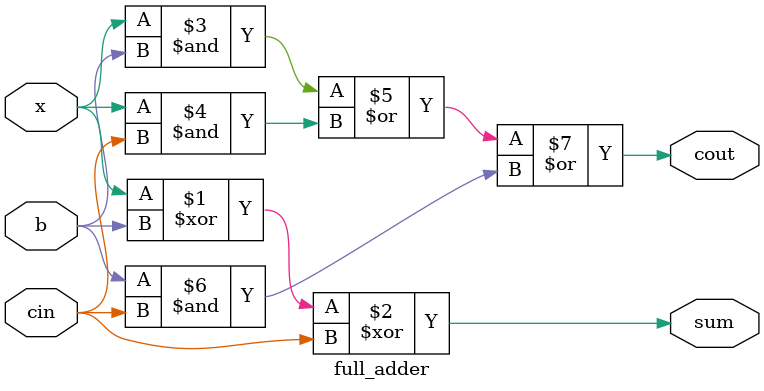
<source format=v>
/*
 * Copyright (c) 2024 Your Name
 * SPDX-License-Identifier: Apache-2.0
 */

`default_nettype none

module tt_um_array_mult (
    input  wire [7:0] ui_in,    // Dedicated inputs
    output wire [7:0] uo_out,   // Dedicated outputs
    input  wire [7:0] uio_in,   // IOs: Input path
    output wire [7:0] uio_out,  // IOs: Output path
    output wire [7:0] uio_oe,   // IOs: Enable path (active high: 0=input, 1=output)
    input  wire       ena,      // always 1 when the design is powered, so you can ignore it
    input  wire       clk,      // clock
    input  wire       rst_n     // reset_n - low to reset
);

	wire [3:0] m = ui_in[7:4];
	wire [3:0] q = ui_in[3:0];
	wire [7:0] p;

	wire m0q0, m1q0, m2q0, m3q0;
	wire m0q1, m1q1, m2q1, m3q1;
	wire m0q2, m1q2, m2q2, m3q2;
	wire m0q3, m1q3, m2q3, m3q3;

	wire [3:0] carry_adders_1;
	wire [3:0] carry_adders_2;
	wire [3:0] carry_adders_3;

	wire [2:0] sum_adders_1;
	wire [2:0] sum_adders_2;

	assign p[0] = m[0] & q[0];

	assign m1q0 = m[1] & q[0];
	assign m2q0 = m[2] & q[0];
	assign m3q0 = m[3] & q[0];

	assign m0q1 = m[0] & q[1];
	assign m1q1 = m[1] & q[1];
	assign m2q1 = m[2] & q[1];
	assign m3q1 = m[3] & q[1];

	assign m0q2 = m[0] & q[2];
	assign m1q2 = m[1] & q[2];
	assign m2q2 = m[2] & q[2];
	assign m3q2 = m[3] & q[2];

	assign m0q3 = m[0] & q[3];
	assign m1q3 = m[1] & q[3];
	assign m2q3 = m[2] & q[3];
	assign m3q3 = m[3] & q[3];

	full_adder fa0 (.a(m0q1), .b(m1q0), .cin(1'b0), .sum(p[1]), .cout(carry_adders_1[0]));
	full_adder fa1 (.a(m1q1), .b(m2q0), .cin(carry_adders_1[0]), .sum(sum_adders_1[0]), .cout(carry_adders_1[1]));
	full_adder fa2 (.a(m2q1), .b(m3q0), .cin(carry_adders_1[1]), .sum(sum_adders_1[1]), .cout(carry_adders_1[2]));
	full_adder fa3 (.a(m3q1), .b(1'b0), .cin(carry_adders_1[2]), .sum(sum_adders_1[2]), .cout(carry_adders_1[3]));

	full_adder fa4 (.a(m0q2), .b(sum_adders_1[0]), .cin(1'b0), .sum(p[2]), .cout(carry_adders_2[0]));
	full_adder fa5 (.a(m1q2), .b(sum_adders_1[1]), .cin(carry_adders_2[0]), .sum(sum_adders_2[0]), .cout(carry_adders_2[1]));
	full_adder fa6 (.a(m2q2), .b(sum_adders_1[2]), .cin(carry_adders_2[1]), .sum(sum_adders_2[1]), .cout(carry_adders_2[2]));
	full_adder fa7 (.a(m3q2), .b(carry_adders_1[3]), .cin(carry_adders_2[2]), .sum(sum_adders_2[2]), .cout(carry_adders_2[3]));

	full_adder fa8 (.a(m0q3), .b(sum_adders_2[0]), .cin(1'b0), .sum(p[3]), .cout(carry_adders_3[0]));
	full_adder fa9 (.a(m1q3), .b(sum_adders_2[1]), .cin(carry_adders_3[0]), .sum(p[4]), .cout(carry_adders_3[1]));
	full_adder fa10 (.a(m2q3), .b(sum_adders_2[2]), .cin(carry_adders_3[1]), .sum(p[5]), .cout(carry_adders_3[2]));
	full_adder fa11 (.a(m3q3), .b(carry_adders_2[3]), .cin(carry_adders_3[2]), .sum(p[6]), .cout(p[7]));


  assign uo_out = p;

  assign uio_out = 0;
  assign uio_oe  = 0;

  // List all unused inputs to prevent warnings
  wire _unused = &{ena, clk, rst_n, uio_in, 1'b0};

endmodule

module full_adder (
	input wire x,
	input wire b,
	input wire cin,
	output wire sum,
	output wire cout
);

	assign sum = x ^ b ^ cin;
	assign cout = (x & b) | (x & cin) | (b & cin);
endmodule
</source>
